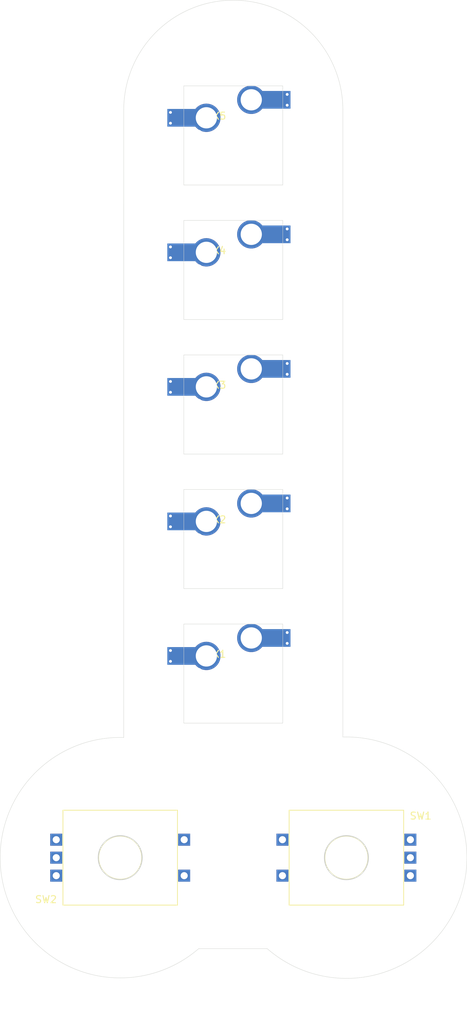
<source format=kicad_pcb>
(kicad_pcb (version 20171130) (host pcbnew "(5.1.6)-1")

  (general
    (thickness 1.6)
    (drawings 44)
    (tracks 0)
    (zones 0)
    (modules 7)
    (nets 21)
  )

  (page A4)
  (layers
    (0 F.Cu signal)
    (31 B.Cu signal)
    (32 B.Adhes user)
    (33 F.Adhes user)
    (34 B.Paste user)
    (35 F.Paste user)
    (36 B.SilkS user)
    (37 F.SilkS user)
    (38 B.Mask user)
    (39 F.Mask user)
    (40 Dwgs.User user)
    (41 Cmts.User user)
    (42 Eco1.User user)
    (43 Eco2.User user)
    (44 Edge.Cuts user)
    (45 Margin user)
    (46 B.CrtYd user)
    (47 F.CrtYd user)
    (48 B.Fab user)
    (49 F.Fab user)
  )

  (setup
    (last_trace_width 0.25)
    (trace_clearance 0.2)
    (zone_clearance 0.508)
    (zone_45_only no)
    (trace_min 0.2)
    (via_size 0.8)
    (via_drill 0.4)
    (via_min_size 0.4)
    (via_min_drill 0.3)
    (uvia_size 0.3)
    (uvia_drill 0.1)
    (uvias_allowed no)
    (uvia_min_size 0.2)
    (uvia_min_drill 0.1)
    (edge_width 0.05)
    (segment_width 0.2)
    (pcb_text_width 0.3)
    (pcb_text_size 1.5 1.5)
    (mod_edge_width 0.12)
    (mod_text_size 1 1)
    (mod_text_width 0.15)
    (pad_size 1.524 1.524)
    (pad_drill 0.762)
    (pad_to_mask_clearance 0.05)
    (aux_axis_origin 0 0)
    (visible_elements 7FFFFFFF)
    (pcbplotparams
      (layerselection 0x010fc_ffffffff)
      (usegerberextensions false)
      (usegerberattributes true)
      (usegerberadvancedattributes true)
      (creategerberjobfile true)
      (excludeedgelayer true)
      (linewidth 0.100000)
      (plotframeref false)
      (viasonmask false)
      (mode 1)
      (useauxorigin false)
      (hpglpennumber 1)
      (hpglpenspeed 20)
      (hpglpendiameter 15.000000)
      (psnegative false)
      (psa4output false)
      (plotreference true)
      (plotvalue true)
      (plotinvisibletext false)
      (padsonsilk false)
      (subtractmaskfromsilk false)
      (outputformat 1)
      (mirror false)
      (drillshape 1)
      (scaleselection 1)
      (outputdirectory ""))
  )

  (net 0 "")
  (net 1 "Net-(MX1-Pad2)")
  (net 2 "Net-(MX1-Pad1)")
  (net 3 "Net-(MX2-Pad2)")
  (net 4 "Net-(MX2-Pad1)")
  (net 5 "Net-(MX3-Pad2)")
  (net 6 "Net-(MX3-Pad1)")
  (net 7 "Net-(MX4-Pad2)")
  (net 8 "Net-(MX4-Pad1)")
  (net 9 "Net-(MX5-Pad2)")
  (net 10 "Net-(MX5-Pad1)")
  (net 11 "Net-(SW1-PadS1)")
  (net 12 "Net-(SW1-PadS2)")
  (net 13 "Net-(SW1-PadC)")
  (net 14 "Net-(SW1-PadB)")
  (net 15 "Net-(SW1-PadA)")
  (net 16 "Net-(SW2-PadS1)")
  (net 17 "Net-(SW2-PadS2)")
  (net 18 "Net-(SW2-PadC)")
  (net 19 "Net-(SW2-PadB)")
  (net 20 "Net-(SW2-PadA)")

  (net_class Default "This is the default net class."
    (clearance 0.2)
    (trace_width 0.25)
    (via_dia 0.8)
    (via_drill 0.4)
    (uvia_dia 0.3)
    (uvia_drill 0.1)
    (add_net "Net-(MX1-Pad1)")
    (add_net "Net-(MX1-Pad2)")
    (add_net "Net-(MX2-Pad1)")
    (add_net "Net-(MX2-Pad2)")
    (add_net "Net-(MX3-Pad1)")
    (add_net "Net-(MX3-Pad2)")
    (add_net "Net-(MX4-Pad1)")
    (add_net "Net-(MX4-Pad2)")
    (add_net "Net-(MX5-Pad1)")
    (add_net "Net-(MX5-Pad2)")
    (add_net "Net-(SW1-PadA)")
    (add_net "Net-(SW1-PadB)")
    (add_net "Net-(SW1-PadC)")
    (add_net "Net-(SW1-PadS1)")
    (add_net "Net-(SW1-PadS2)")
    (add_net "Net-(SW2-PadA)")
    (add_net "Net-(SW2-PadB)")
    (add_net "Net-(SW2-PadC)")
    (add_net "Net-(SW2-PadS1)")
    (add_net "Net-(SW2-PadS2)")
  )

  (module MX_Only:MXOnly-1U-Hotswap-Antishear (layer F.Cu) (tedit 5BC2AA2F) (tstamp 601C62E5)
    (at 139 -1.95)
    (path /601C75AF)
    (fp_text reference MX5 (at -2.54 -2.794) (layer F.SilkS)
      (effects (font (size 1 1) (thickness 0.15)))
    )
    (fp_text value MX-LED (at -2.54 12.954) (layer F.Fab)
      (effects (font (size 1 1) (thickness 0.15)))
    )
    (fp_line (start -9.525 9.525) (end -9.525 -9.525) (layer Dwgs.User) (width 0.15))
    (fp_line (start 9.525 9.525) (end -9.525 9.525) (layer Dwgs.User) (width 0.15))
    (fp_line (start 9.525 -9.525) (end 9.525 9.525) (layer Dwgs.User) (width 0.15))
    (fp_line (start -9.525 -9.525) (end 9.525 -9.525) (layer Dwgs.User) (width 0.15))
    (fp_line (start -7 -7) (end -7 -5) (layer Dwgs.User) (width 0.15))
    (fp_line (start -5 -7) (end -7 -7) (layer Dwgs.User) (width 0.15))
    (fp_line (start -7 7) (end -5 7) (layer Dwgs.User) (width 0.15))
    (fp_line (start -7 5) (end -7 7) (layer Dwgs.User) (width 0.15))
    (fp_line (start 7 7) (end 7 5) (layer Dwgs.User) (width 0.15))
    (fp_line (start 5 7) (end 7 7) (layer Dwgs.User) (width 0.15))
    (fp_line (start 7 -7) (end 7 -5) (layer Dwgs.User) (width 0.15))
    (fp_line (start 5 -7) (end 7 -7) (layer Dwgs.User) (width 0.15))
    (fp_text user %R (at -2.54 -2.794) (layer F.Fab)
      (effects (font (size 1 1) (thickness 0.15)))
    )
    (pad 2 smd rect (at 5.842 -5.08) (size 4.5 2.5) (layers B.Cu)
      (net 9 "Net-(MX5-Pad2)"))
    (pad 1 smd rect (at -7.085 -2.54) (size 4.5 2.5) (layers B.Cu)
      (net 10 "Net-(MX5-Pad1)"))
    (pad 2 thru_hole circle (at 7.62 -4.318) (size 0.8 0.8) (drill 0.4) (layers *.Cu)
      (net 9 "Net-(MX5-Pad2)"))
    (pad 1 thru_hole circle (at -8.89 -1.778) (size 0.8 0.8) (drill 0.4) (layers *.Cu)
      (net 10 "Net-(MX5-Pad1)"))
    (pad 2 thru_hole circle (at 7.62 -5.842) (size 0.8 0.8) (drill 0.4) (layers *.Cu)
      (net 9 "Net-(MX5-Pad2)"))
    (pad 1 thru_hole circle (at -8.89 -3.302) (size 0.8 0.8) (drill 0.4) (layers *.Cu)
      (net 10 "Net-(MX5-Pad1)"))
    (pad 2 smd rect (at 5.815 -5.08) (size 2.55 2.5) (layers B.Paste B.Mask)
      (net 9 "Net-(MX5-Pad2)"))
    (pad 1 smd rect (at -7.085 -2.54) (size 2.55 2.5) (layers B.Paste B.Mask)
      (net 10 "Net-(MX5-Pad1)"))
    (pad "" np_thru_hole circle (at 5.08 0 48.0996) (size 1.75 1.75) (drill 1.75) (layers *.Cu *.Mask))
    (pad "" np_thru_hole circle (at -5.08 0 48.0996) (size 1.75 1.75) (drill 1.75) (layers *.Cu *.Mask))
    (pad 1 thru_hole circle (at -3.81 -2.54) (size 4 4) (drill 3) (layers *.Cu)
      (net 10 "Net-(MX5-Pad1)"))
    (pad "" np_thru_hole circle (at 0 0) (size 3.9878 3.9878) (drill 3.9878) (layers *.Cu *.Mask))
    (pad 2 thru_hole circle (at 2.54 -5.08) (size 4 4) (drill 3) (layers *.Cu)
      (net 9 "Net-(MX5-Pad2)"))
  )

  (module MX_Only:MXOnly-1U-Hotswap-Antishear (layer F.Cu) (tedit 5BC2AA2F) (tstamp 601C62CB)
    (at 139 17.05)
    (path /601C716F)
    (fp_text reference MX4 (at -2.54 -2.794) (layer F.SilkS)
      (effects (font (size 1 1) (thickness 0.15)))
    )
    (fp_text value MX-LED (at -2.54 12.954) (layer F.Fab)
      (effects (font (size 1 1) (thickness 0.15)))
    )
    (fp_line (start -9.525 9.525) (end -9.525 -9.525) (layer Dwgs.User) (width 0.15))
    (fp_line (start 9.525 9.525) (end -9.525 9.525) (layer Dwgs.User) (width 0.15))
    (fp_line (start 9.525 -9.525) (end 9.525 9.525) (layer Dwgs.User) (width 0.15))
    (fp_line (start -9.525 -9.525) (end 9.525 -9.525) (layer Dwgs.User) (width 0.15))
    (fp_line (start -7 -7) (end -7 -5) (layer Dwgs.User) (width 0.15))
    (fp_line (start -5 -7) (end -7 -7) (layer Dwgs.User) (width 0.15))
    (fp_line (start -7 7) (end -5 7) (layer Dwgs.User) (width 0.15))
    (fp_line (start -7 5) (end -7 7) (layer Dwgs.User) (width 0.15))
    (fp_line (start 7 7) (end 7 5) (layer Dwgs.User) (width 0.15))
    (fp_line (start 5 7) (end 7 7) (layer Dwgs.User) (width 0.15))
    (fp_line (start 7 -7) (end 7 -5) (layer Dwgs.User) (width 0.15))
    (fp_line (start 5 -7) (end 7 -7) (layer Dwgs.User) (width 0.15))
    (fp_text user %R (at -2.54 -2.794) (layer F.Fab)
      (effects (font (size 1 1) (thickness 0.15)))
    )
    (pad 2 smd rect (at 5.842 -5.08) (size 4.5 2.5) (layers B.Cu)
      (net 7 "Net-(MX4-Pad2)"))
    (pad 1 smd rect (at -7.085 -2.54) (size 4.5 2.5) (layers B.Cu)
      (net 8 "Net-(MX4-Pad1)"))
    (pad 2 thru_hole circle (at 7.62 -4.318) (size 0.8 0.8) (drill 0.4) (layers *.Cu)
      (net 7 "Net-(MX4-Pad2)"))
    (pad 1 thru_hole circle (at -8.89 -1.778) (size 0.8 0.8) (drill 0.4) (layers *.Cu)
      (net 8 "Net-(MX4-Pad1)"))
    (pad 2 thru_hole circle (at 7.62 -5.842) (size 0.8 0.8) (drill 0.4) (layers *.Cu)
      (net 7 "Net-(MX4-Pad2)"))
    (pad 1 thru_hole circle (at -8.89 -3.302) (size 0.8 0.8) (drill 0.4) (layers *.Cu)
      (net 8 "Net-(MX4-Pad1)"))
    (pad 2 smd rect (at 5.815 -5.08) (size 2.55 2.5) (layers B.Paste B.Mask)
      (net 7 "Net-(MX4-Pad2)"))
    (pad 1 smd rect (at -7.085 -2.54) (size 2.55 2.5) (layers B.Paste B.Mask)
      (net 8 "Net-(MX4-Pad1)"))
    (pad "" np_thru_hole circle (at 5.08 0 48.0996) (size 1.75 1.75) (drill 1.75) (layers *.Cu *.Mask))
    (pad "" np_thru_hole circle (at -5.08 0 48.0996) (size 1.75 1.75) (drill 1.75) (layers *.Cu *.Mask))
    (pad 1 thru_hole circle (at -3.81 -2.54) (size 4 4) (drill 3) (layers *.Cu)
      (net 8 "Net-(MX4-Pad1)"))
    (pad "" np_thru_hole circle (at 0 0) (size 3.9878 3.9878) (drill 3.9878) (layers *.Cu *.Mask))
    (pad 2 thru_hole circle (at 2.54 -5.08) (size 4 4) (drill 3) (layers *.Cu)
      (net 7 "Net-(MX4-Pad2)"))
  )

  (module MX_Only:MXOnly-1U-Hotswap-Antishear (layer F.Cu) (tedit 5BC2AA2F) (tstamp 601C62B1)
    (at 139 36.05)
    (path /601C6DD5)
    (fp_text reference MX3 (at -2.54 -2.794) (layer F.SilkS)
      (effects (font (size 1 1) (thickness 0.15)))
    )
    (fp_text value MX-LED (at -2.54 12.954) (layer F.Fab)
      (effects (font (size 1 1) (thickness 0.15)))
    )
    (fp_line (start -9.525 9.525) (end -9.525 -9.525) (layer Dwgs.User) (width 0.15))
    (fp_line (start 9.525 9.525) (end -9.525 9.525) (layer Dwgs.User) (width 0.15))
    (fp_line (start 9.525 -9.525) (end 9.525 9.525) (layer Dwgs.User) (width 0.15))
    (fp_line (start -9.525 -9.525) (end 9.525 -9.525) (layer Dwgs.User) (width 0.15))
    (fp_line (start -7 -7) (end -7 -5) (layer Dwgs.User) (width 0.15))
    (fp_line (start -5 -7) (end -7 -7) (layer Dwgs.User) (width 0.15))
    (fp_line (start -7 7) (end -5 7) (layer Dwgs.User) (width 0.15))
    (fp_line (start -7 5) (end -7 7) (layer Dwgs.User) (width 0.15))
    (fp_line (start 7 7) (end 7 5) (layer Dwgs.User) (width 0.15))
    (fp_line (start 5 7) (end 7 7) (layer Dwgs.User) (width 0.15))
    (fp_line (start 7 -7) (end 7 -5) (layer Dwgs.User) (width 0.15))
    (fp_line (start 5 -7) (end 7 -7) (layer Dwgs.User) (width 0.15))
    (fp_text user %R (at -2.54 -2.794) (layer F.Fab)
      (effects (font (size 1 1) (thickness 0.15)))
    )
    (pad 2 smd rect (at 5.842 -5.08) (size 4.5 2.5) (layers B.Cu)
      (net 5 "Net-(MX3-Pad2)"))
    (pad 1 smd rect (at -7.085 -2.54) (size 4.5 2.5) (layers B.Cu)
      (net 6 "Net-(MX3-Pad1)"))
    (pad 2 thru_hole circle (at 7.62 -4.318) (size 0.8 0.8) (drill 0.4) (layers *.Cu)
      (net 5 "Net-(MX3-Pad2)"))
    (pad 1 thru_hole circle (at -8.89 -1.778) (size 0.8 0.8) (drill 0.4) (layers *.Cu)
      (net 6 "Net-(MX3-Pad1)"))
    (pad 2 thru_hole circle (at 7.62 -5.842) (size 0.8 0.8) (drill 0.4) (layers *.Cu)
      (net 5 "Net-(MX3-Pad2)"))
    (pad 1 thru_hole circle (at -8.89 -3.302) (size 0.8 0.8) (drill 0.4) (layers *.Cu)
      (net 6 "Net-(MX3-Pad1)"))
    (pad 2 smd rect (at 5.815 -5.08) (size 2.55 2.5) (layers B.Paste B.Mask)
      (net 5 "Net-(MX3-Pad2)"))
    (pad 1 smd rect (at -7.085 -2.54) (size 2.55 2.5) (layers B.Paste B.Mask)
      (net 6 "Net-(MX3-Pad1)"))
    (pad "" np_thru_hole circle (at 5.08 0 48.0996) (size 1.75 1.75) (drill 1.75) (layers *.Cu *.Mask))
    (pad "" np_thru_hole circle (at -5.08 0 48.0996) (size 1.75 1.75) (drill 1.75) (layers *.Cu *.Mask))
    (pad 1 thru_hole circle (at -3.81 -2.54) (size 4 4) (drill 3) (layers *.Cu)
      (net 6 "Net-(MX3-Pad1)"))
    (pad "" np_thru_hole circle (at 0 0) (size 3.9878 3.9878) (drill 3.9878) (layers *.Cu *.Mask))
    (pad 2 thru_hole circle (at 2.54 -5.08) (size 4 4) (drill 3) (layers *.Cu)
      (net 5 "Net-(MX3-Pad2)"))
  )

  (module MX_Only:MXOnly-1U-Hotswap-Antishear (layer F.Cu) (tedit 5BC2AA2F) (tstamp 601C6297)
    (at 139 55.05)
    (path /601C6855)
    (fp_text reference MX2 (at -2.54 -2.794) (layer F.SilkS)
      (effects (font (size 1 1) (thickness 0.15)))
    )
    (fp_text value MX-LED (at -2.54 12.954) (layer F.Fab)
      (effects (font (size 1 1) (thickness 0.15)))
    )
    (fp_line (start -9.525 9.525) (end -9.525 -9.525) (layer Dwgs.User) (width 0.15))
    (fp_line (start 9.525 9.525) (end -9.525 9.525) (layer Dwgs.User) (width 0.15))
    (fp_line (start 9.525 -9.525) (end 9.525 9.525) (layer Dwgs.User) (width 0.15))
    (fp_line (start -9.525 -9.525) (end 9.525 -9.525) (layer Dwgs.User) (width 0.15))
    (fp_line (start -7 -7) (end -7 -5) (layer Dwgs.User) (width 0.15))
    (fp_line (start -5 -7) (end -7 -7) (layer Dwgs.User) (width 0.15))
    (fp_line (start -7 7) (end -5 7) (layer Dwgs.User) (width 0.15))
    (fp_line (start -7 5) (end -7 7) (layer Dwgs.User) (width 0.15))
    (fp_line (start 7 7) (end 7 5) (layer Dwgs.User) (width 0.15))
    (fp_line (start 5 7) (end 7 7) (layer Dwgs.User) (width 0.15))
    (fp_line (start 7 -7) (end 7 -5) (layer Dwgs.User) (width 0.15))
    (fp_line (start 5 -7) (end 7 -7) (layer Dwgs.User) (width 0.15))
    (fp_text user %R (at -2.54 -2.794) (layer F.Fab)
      (effects (font (size 1 1) (thickness 0.15)))
    )
    (pad 2 smd rect (at 5.842 -5.08) (size 4.5 2.5) (layers B.Cu)
      (net 3 "Net-(MX2-Pad2)"))
    (pad 1 smd rect (at -7.085 -2.54) (size 4.5 2.5) (layers B.Cu)
      (net 4 "Net-(MX2-Pad1)"))
    (pad 2 thru_hole circle (at 7.62 -4.318) (size 0.8 0.8) (drill 0.4) (layers *.Cu)
      (net 3 "Net-(MX2-Pad2)"))
    (pad 1 thru_hole circle (at -8.89 -1.778) (size 0.8 0.8) (drill 0.4) (layers *.Cu)
      (net 4 "Net-(MX2-Pad1)"))
    (pad 2 thru_hole circle (at 7.62 -5.842) (size 0.8 0.8) (drill 0.4) (layers *.Cu)
      (net 3 "Net-(MX2-Pad2)"))
    (pad 1 thru_hole circle (at -8.89 -3.302) (size 0.8 0.8) (drill 0.4) (layers *.Cu)
      (net 4 "Net-(MX2-Pad1)"))
    (pad 2 smd rect (at 5.815 -5.08) (size 2.55 2.5) (layers B.Paste B.Mask)
      (net 3 "Net-(MX2-Pad2)"))
    (pad 1 smd rect (at -7.085 -2.54) (size 2.55 2.5) (layers B.Paste B.Mask)
      (net 4 "Net-(MX2-Pad1)"))
    (pad "" np_thru_hole circle (at 5.08 0 48.0996) (size 1.75 1.75) (drill 1.75) (layers *.Cu *.Mask))
    (pad "" np_thru_hole circle (at -5.08 0 48.0996) (size 1.75 1.75) (drill 1.75) (layers *.Cu *.Mask))
    (pad 1 thru_hole circle (at -3.81 -2.54) (size 4 4) (drill 3) (layers *.Cu)
      (net 4 "Net-(MX2-Pad1)"))
    (pad "" np_thru_hole circle (at 0 0) (size 3.9878 3.9878) (drill 3.9878) (layers *.Cu *.Mask))
    (pad 2 thru_hole circle (at 2.54 -5.08) (size 4 4) (drill 3) (layers *.Cu)
      (net 3 "Net-(MX2-Pad2)"))
  )

  (module MX_Only:MXOnly-1U-Hotswap-Antishear (layer F.Cu) (tedit 5BC2AA2F) (tstamp 601C627D)
    (at 139 74.05)
    (path /601C7B62)
    (fp_text reference MX1 (at -2.54 -2.794) (layer F.SilkS)
      (effects (font (size 1 1) (thickness 0.15)))
    )
    (fp_text value MX-LED (at -2.54 12.954) (layer F.Fab)
      (effects (font (size 1 1) (thickness 0.15)))
    )
    (fp_line (start -9.525 9.525) (end -9.525 -9.525) (layer Dwgs.User) (width 0.15))
    (fp_line (start 9.525 9.525) (end -9.525 9.525) (layer Dwgs.User) (width 0.15))
    (fp_line (start 9.525 -9.525) (end 9.525 9.525) (layer Dwgs.User) (width 0.15))
    (fp_line (start -9.525 -9.525) (end 9.525 -9.525) (layer Dwgs.User) (width 0.15))
    (fp_line (start -7 -7) (end -7 -5) (layer Dwgs.User) (width 0.15))
    (fp_line (start -5 -7) (end -7 -7) (layer Dwgs.User) (width 0.15))
    (fp_line (start -7 7) (end -5 7) (layer Dwgs.User) (width 0.15))
    (fp_line (start -7 5) (end -7 7) (layer Dwgs.User) (width 0.15))
    (fp_line (start 7 7) (end 7 5) (layer Dwgs.User) (width 0.15))
    (fp_line (start 5 7) (end 7 7) (layer Dwgs.User) (width 0.15))
    (fp_line (start 7 -7) (end 7 -5) (layer Dwgs.User) (width 0.15))
    (fp_line (start 5 -7) (end 7 -7) (layer Dwgs.User) (width 0.15))
    (fp_text user %R (at -2.54 -2.794) (layer F.Fab)
      (effects (font (size 1 1) (thickness 0.15)))
    )
    (pad 2 smd rect (at 5.842 -5.08) (size 4.5 2.5) (layers B.Cu)
      (net 1 "Net-(MX1-Pad2)"))
    (pad 1 smd rect (at -7.085 -2.54) (size 4.5 2.5) (layers B.Cu)
      (net 2 "Net-(MX1-Pad1)"))
    (pad 2 thru_hole circle (at 7.62 -4.318) (size 0.8 0.8) (drill 0.4) (layers *.Cu)
      (net 1 "Net-(MX1-Pad2)"))
    (pad 1 thru_hole circle (at -8.89 -1.778) (size 0.8 0.8) (drill 0.4) (layers *.Cu)
      (net 2 "Net-(MX1-Pad1)"))
    (pad 2 thru_hole circle (at 7.62 -5.842) (size 0.8 0.8) (drill 0.4) (layers *.Cu)
      (net 1 "Net-(MX1-Pad2)"))
    (pad 1 thru_hole circle (at -8.89 -3.302) (size 0.8 0.8) (drill 0.4) (layers *.Cu)
      (net 2 "Net-(MX1-Pad1)"))
    (pad 2 smd rect (at 5.815 -5.08) (size 2.55 2.5) (layers B.Paste B.Mask)
      (net 1 "Net-(MX1-Pad2)"))
    (pad 1 smd rect (at -7.085 -2.54) (size 2.55 2.5) (layers B.Paste B.Mask)
      (net 2 "Net-(MX1-Pad1)"))
    (pad "" np_thru_hole circle (at 5.08 0 48.0996) (size 1.75 1.75) (drill 1.75) (layers *.Cu *.Mask))
    (pad "" np_thru_hole circle (at -5.08 0 48.0996) (size 1.75 1.75) (drill 1.75) (layers *.Cu *.Mask))
    (pad 1 thru_hole circle (at -3.81 -2.54) (size 4 4) (drill 3) (layers *.Cu)
      (net 2 "Net-(MX1-Pad1)"))
    (pad "" np_thru_hole circle (at 0 0) (size 3.9878 3.9878) (drill 3.9878) (layers *.Cu *.Mask))
    (pad 2 thru_hole circle (at 2.54 -5.08) (size 4 4) (drill 3) (layers *.Cu)
      (net 1 "Net-(MX1-Pad2)"))
  )

  (module "Pikatea Macropad Encoder Side Mount:Encoder-BI_EN11_HSM0E" (layer F.Cu) (tedit 601C61EF) (tstamp 601C62FF)
    (at 123 100)
    (path /601C8BAC)
    (fp_text reference SW2 (at -10.5 5.9) (layer F.SilkS)
      (effects (font (size 1 1) (thickness 0.15)))
    )
    (fp_text value Rotary_Encoder_Switch (at 0 7.6) (layer F.Fab)
      (effects (font (size 1 1) (thickness 0.15)))
    )
    (fp_circle (center 0 0) (end 3.05 0) (layer F.SilkS) (width 0.12))
    (fp_line (start -8.1 6.7) (end -8.1 -6.7) (layer F.SilkS) (width 0.12))
    (fp_line (start 8.1 6.7) (end 8.1 -6.7) (layer F.SilkS) (width 0.12))
    (fp_line (start -8.1 -6.7) (end 8.1 -6.7) (layer F.SilkS) (width 0.12))
    (fp_line (start 8.1 6.7) (end -8.1 6.7) (layer F.SilkS) (width 0.12))
    (pad A thru_hole rect (at -9.05 2.54) (size 1.7 1.7) (drill 1) (layers *.Cu *.Mask)
      (net 20 "Net-(SW2-PadA)"))
    (pad B thru_hole rect (at -9.05 -2.54) (size 1.7 1.7) (drill 1) (layers *.Cu *.Mask)
      (net 19 "Net-(SW2-PadB)"))
    (pad C thru_hole rect (at -9.05 0) (size 1.7 1.7) (drill 1) (layers *.Cu *.Mask)
      (net 18 "Net-(SW2-PadC)"))
    (pad S2 thru_hole rect (at 9.05 2.54) (size 1.7 1.7) (drill 1) (layers *.Cu *.Mask)
      (net 17 "Net-(SW2-PadS2)"))
    (pad S1 thru_hole rect (at 9.05 -2.54) (size 1.7 1.7) (drill 1) (layers *.Cu *.Mask)
      (net 16 "Net-(SW2-PadS1)"))
  )

  (module "Pikatea Macropad Encoder Side Mount:Encoder-BI_EN11_HSM0E" (layer F.Cu) (tedit 601C61EF) (tstamp 601C62F2)
    (at 155 100 180)
    (path /601C8410)
    (fp_text reference SW1 (at -10.5 5.9) (layer F.SilkS)
      (effects (font (size 1 1) (thickness 0.15)))
    )
    (fp_text value Rotary_Encoder_Switch (at 0 7.6) (layer F.Fab)
      (effects (font (size 1 1) (thickness 0.15)))
    )
    (fp_circle (center 0 0) (end 3.05 0) (layer F.SilkS) (width 0.12))
    (fp_line (start -8.1 6.7) (end -8.1 -6.7) (layer F.SilkS) (width 0.12))
    (fp_line (start 8.1 6.7) (end 8.1 -6.7) (layer F.SilkS) (width 0.12))
    (fp_line (start -8.1 -6.7) (end 8.1 -6.7) (layer F.SilkS) (width 0.12))
    (fp_line (start 8.1 6.7) (end -8.1 6.7) (layer F.SilkS) (width 0.12))
    (pad S1 thru_hole rect (at 9.05 -2.54 180) (size 1.7 1.7) (drill 1) (layers *.Cu *.Mask)
      (net 11 "Net-(SW1-PadS1)"))
    (pad S2 thru_hole rect (at 9.05 2.54 180) (size 1.7 1.7) (drill 1) (layers *.Cu *.Mask)
      (net 12 "Net-(SW1-PadS2)"))
    (pad C thru_hole rect (at -9.05 0 180) (size 1.7 1.7) (drill 1) (layers *.Cu *.Mask)
      (net 13 "Net-(SW1-PadC)"))
    (pad B thru_hole rect (at -9.05 -2.54 180) (size 1.7 1.7) (drill 1) (layers *.Cu *.Mask)
      (net 14 "Net-(SW1-PadB)"))
    (pad A thru_hole rect (at -9.05 2.54 180) (size 1.7 1.7) (drill 1) (layers *.Cu *.Mask)
      (net 15 "Net-(SW1-PadA)"))
  )

  (gr_arc (start 139 -5.6) (end 154.5 -5.65) (angle -179.6303511) (layer Edge.Cuts) (width 0.05))
  (gr_line (start 129.5 81.1) (end 123.5 81.1) (layer Dwgs.User) (width 0.15) (tstamp 60240C54))
  (gr_arc (start 123 100) (end 134.1 112.85) (angle 222.5) (layer Edge.Cuts) (width 0.05) (tstamp 60240B1A))
  (gr_line (start 123.497556 83.026935) (end 123.5 -5.65) (layer Edge.Cuts) (width 0.05) (tstamp 60240B7F))
  (gr_line (start 154.499989 82.961443) (end 154.5 -5.65) (layer Edge.Cuts) (width 0.05))
  (gr_line (start 148.5 81.25) (end 154.5 81.25) (layer Dwgs.User) (width 0.15))
  (gr_line (start 143.800001 112.849999) (end 134.1 112.85) (layer Edge.Cuts) (width 0.05) (tstamp 60240965))
  (gr_arc (start 155 100) (end 143.800001 112.849999) (angle -222.7561667) (layer Edge.Cuts) (width 0.05))
  (gr_line (start 139 83.4) (end 139 123.45) (layer Dwgs.User) (width 0.15) (tstamp 601C53CF))
  (gr_line (start 139 -9) (end 139 -2) (layer Dwgs.User) (width 0.15) (tstamp 601CB65B))
  (gr_line (start 146 10) (end 146 5) (layer Dwgs.User) (width 0.15) (tstamp 601CB62A))
  (gr_line (start 132 5) (end 132 -9) (layer Edge.Cuts) (width 0.05) (tstamp 601CB629))
  (gr_circle (center 139 -2) (end 146 -2) (layer Dwgs.User) (width 0.15) (tstamp 601CB628))
  (gr_line (start 132 -9) (end 146 -9) (layer Edge.Cuts) (width 0.05) (tstamp 601CB627))
  (gr_line (start 146 -9) (end 146 5) (layer Edge.Cuts) (width 0.05) (tstamp 601CB626))
  (gr_line (start 132 5) (end 146 5) (layer Edge.Cuts) (width 0.05) (tstamp 601CB625))
  (gr_line (start 146 29) (end 146 24) (layer Dwgs.User) (width 0.15) (tstamp 601CB62A))
  (gr_line (start 132 24) (end 132 10) (layer Edge.Cuts) (width 0.05) (tstamp 601CB629))
  (gr_circle (center 139 17) (end 146 17) (layer Dwgs.User) (width 0.15) (tstamp 601CB628))
  (gr_line (start 132 10) (end 146 10) (layer Edge.Cuts) (width 0.05) (tstamp 601CB627))
  (gr_line (start 146 10) (end 146 24) (layer Edge.Cuts) (width 0.05) (tstamp 601CB626))
  (gr_line (start 132 24) (end 146 24) (layer Edge.Cuts) (width 0.05) (tstamp 601CB625))
  (gr_line (start 146 48) (end 146 43) (layer Dwgs.User) (width 0.15) (tstamp 601CB62A))
  (gr_line (start 132 43) (end 132 29) (layer Edge.Cuts) (width 0.05) (tstamp 601CB629))
  (gr_circle (center 139 36) (end 146 36) (layer Dwgs.User) (width 0.15) (tstamp 601CB628))
  (gr_line (start 132 29) (end 146 29) (layer Edge.Cuts) (width 0.05) (tstamp 601CB627))
  (gr_line (start 146 29) (end 146 43) (layer Edge.Cuts) (width 0.05) (tstamp 601CB626))
  (gr_line (start 132 43) (end 146 43) (layer Edge.Cuts) (width 0.05) (tstamp 601CB625))
  (gr_line (start 132 62) (end 132 48) (layer Edge.Cuts) (width 0.05) (tstamp 601CB5E4))
  (gr_line (start 132 48) (end 146 48) (layer Edge.Cuts) (width 0.05) (tstamp 601CB5E4))
  (gr_line (start 146 48) (end 146 62) (layer Edge.Cuts) (width 0.05) (tstamp 601CB5E4))
  (gr_line (start 132 62) (end 146 62) (layer Edge.Cuts) (width 0.05) (tstamp 601CB5E4))
  (gr_line (start 146 67) (end 146 62) (layer Dwgs.User) (width 0.15))
  (gr_line (start 132 81) (end 132 67) (layer Edge.Cuts) (width 0.05) (tstamp 601CB5E4))
  (gr_line (start 132 67) (end 146 67) (layer Edge.Cuts) (width 0.05) (tstamp 601CB5E4))
  (gr_line (start 146 67) (end 146 81) (layer Edge.Cuts) (width 0.05) (tstamp 601CB5E4))
  (gr_line (start 132 81) (end 146 81) (layer Edge.Cuts) (width 0.05))
  (gr_circle (center 139 55) (end 146 55) (layer Dwgs.User) (width 0.15) (tstamp 601CB5D8))
  (gr_circle (center 139 74) (end 146 74) (layer Dwgs.User) (width 0.15))
  (gr_line (start 148.5 83.4) (end 129.5 83.4) (layer Dwgs.User) (width 0.15))
  (gr_circle (center 155 100) (end 166 100) (layer Dwgs.User) (width 0.15) (tstamp 601C52A1))
  (gr_circle (center 155 100) (end 158.1 100) (layer Edge.Cuts) (width 0.15) (tstamp 601C52A0))
  (gr_circle (center 123 100) (end 126.1 100) (layer Edge.Cuts) (width 0.15))
  (gr_circle (center 123 100) (end 134 100) (layer Dwgs.User) (width 0.15))

)

</source>
